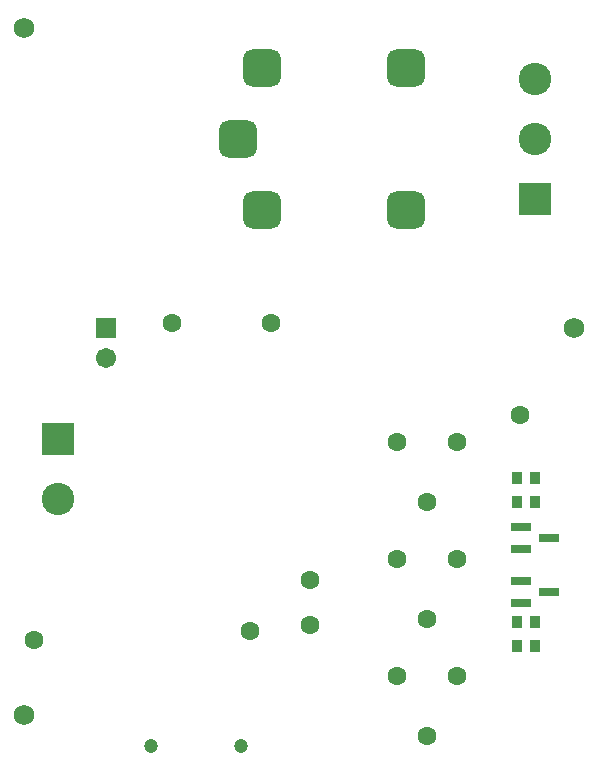
<source format=gbs>
G04*
G04 #@! TF.GenerationSoftware,Altium Limited,Altium Designer,21.6.1 (37)*
G04*
G04 Layer_Color=16711935*
%FSLAX25Y25*%
%MOIN*%
G70*
G04*
G04 #@! TF.SameCoordinates,52293247-6156-4BB5-AEA0-72ABDA420298*
G04*
G04*
G04 #@! TF.FilePolarity,Negative*
G04*
G01*
G75*
%ADD23R,0.03556X0.04343*%
%ADD26C,0.04737*%
%ADD36C,0.06312*%
%ADD37R,0.06706X0.06706*%
%ADD38C,0.06706*%
%ADD39C,0.10800*%
%ADD40R,0.10800X0.10800*%
%ADD41C,0.06800*%
G04:AMPARAMS|DCode=42|XSize=126.11mil|YSize=126.11mil|CornerRadius=33.53mil|HoleSize=0mil|Usage=FLASHONLY|Rotation=0.000|XOffset=0mil|YOffset=0mil|HoleType=Round|Shape=RoundedRectangle|*
%AMROUNDEDRECTD42*
21,1,0.12611,0.05906,0,0,0.0*
21,1,0.05906,0.12611,0,0,0.0*
1,1,0.06706,0.02953,-0.02953*
1,1,0.06706,-0.02953,-0.02953*
1,1,0.06706,-0.02953,0.02953*
1,1,0.06706,0.02953,0.02953*
%
%ADD42ROUNDEDRECTD42*%
%ADD68R,0.06509X0.03162*%
D23*
X303953Y168000D02*
D03*
X298047D02*
D03*
X303953Y176000D02*
D03*
X298047D02*
D03*
X303953Y216000D02*
D03*
X298047D02*
D03*
X303953Y224000D02*
D03*
X298047D02*
D03*
D26*
X176000Y134500D02*
D03*
X206000D02*
D03*
D36*
X268000Y177000D02*
D03*
X278000Y197000D02*
D03*
X258000D02*
D03*
X268000Y216000D02*
D03*
X278000Y236000D02*
D03*
X258000D02*
D03*
X268000Y138000D02*
D03*
X278000Y158000D02*
D03*
X258000D02*
D03*
X229000Y175000D02*
D03*
Y190000D02*
D03*
X183146Y275500D02*
D03*
X299000Y245000D02*
D03*
X209000Y173000D02*
D03*
X137000Y169832D02*
D03*
X216000Y275500D02*
D03*
D37*
X161000Y274000D02*
D03*
D38*
Y264000D02*
D03*
D39*
X304000Y357000D02*
D03*
Y337000D02*
D03*
X144953Y217000D02*
D03*
D40*
X304000Y317000D02*
D03*
X144953Y237000D02*
D03*
D41*
X317000Y274000D02*
D03*
X133858Y145000D02*
D03*
Y374000D02*
D03*
D42*
X261016Y360622D02*
D03*
Y313378D02*
D03*
X212984Y360622D02*
D03*
Y313378D02*
D03*
X205110Y337000D02*
D03*
D68*
X299374Y200260D02*
D03*
Y207740D02*
D03*
X308626Y204000D02*
D03*
X299374Y182260D02*
D03*
Y189740D02*
D03*
X308626Y186000D02*
D03*
M02*

</source>
